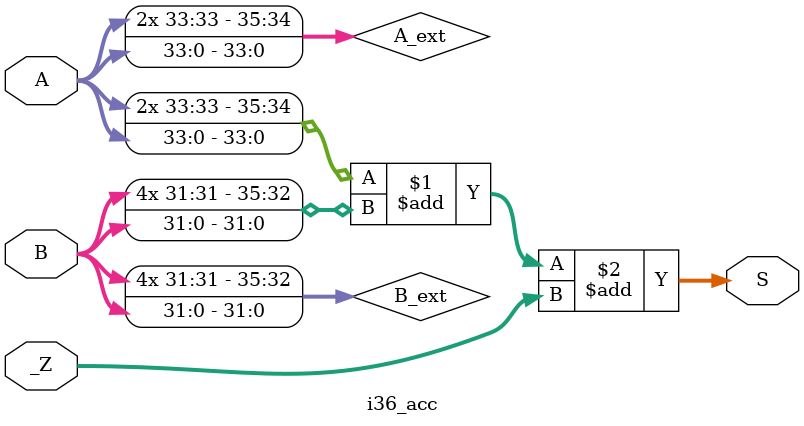
<source format=v>
module i36_acc(
    input signed [33:0] A,
    input signed [31:0] B,
    input signed [35:0] _Z,
    output signed [35:0] S
);

wire signed [35:0] A_ext = {{2{A[33]}}, A};
wire signed [35:0] B_ext = {{4{B[31]}}, B};

assign S = A_ext + B_ext + _Z;

endmodule


</source>
